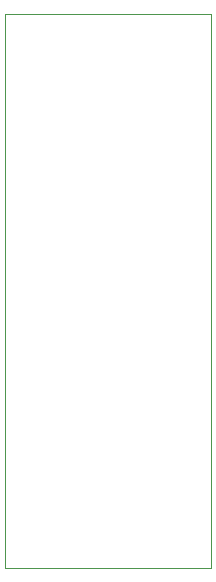
<source format=gbr>
G04 #@! TF.GenerationSoftware,KiCad,Pcbnew,8.0.1*
G04 #@! TF.CreationDate,2025-02-25T23:19:28-07:00*
G04 #@! TF.ProjectId,Button_Flex,42757474-6f6e-45f4-966c-65782e6b6963,rev?*
G04 #@! TF.SameCoordinates,Original*
G04 #@! TF.FileFunction,Profile,NP*
%FSLAX46Y46*%
G04 Gerber Fmt 4.6, Leading zero omitted, Abs format (unit mm)*
G04 Created by KiCad (PCBNEW 8.0.1) date 2025-02-25 23:19:28*
%MOMM*%
%LPD*%
G01*
G04 APERTURE LIST*
G04 #@! TA.AperFunction,Profile*
%ADD10C,0.050000*%
G04 #@! TD*
G04 APERTURE END LIST*
D10*
X184140000Y-62820000D02*
X201550000Y-62820000D01*
X201550000Y-109730000D01*
X184140000Y-109730000D01*
X184140000Y-62820000D01*
M02*

</source>
